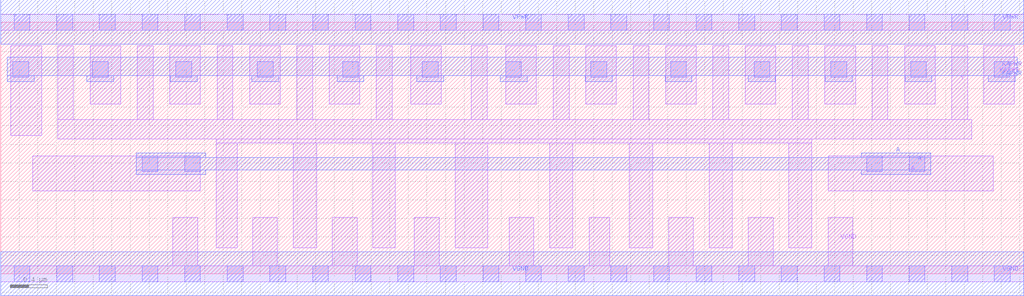
<source format=lef>
# Copyright 2020 The SkyWater PDK Authors
#
# Licensed under the Apache License, Version 2.0 (the "License");
# you may not use this file except in compliance with the License.
# You may obtain a copy of the License at
#
#     https://www.apache.org/licenses/LICENSE-2.0
#
# Unless required by applicable law or agreed to in writing, software
# distributed under the License is distributed on an "AS IS" BASIS,
# WITHOUT WARRANTIES OR CONDITIONS OF ANY KIND, either express or implied.
# See the License for the specific language governing permissions and
# limitations under the License.
#
# SPDX-License-Identifier: Apache-2.0

VERSION 5.7 ;
  NAMESCASESENSITIVE ON ;
  NOWIREEXTENSIONATPIN ON ;
  DIVIDERCHAR "/" ;
  BUSBITCHARS "[]" ;
UNITS
  DATABASE MICRONS 200 ;
END UNITS
MACRO sky130_fd_sc_hd__lpflow_clkinvkapwr_16
  CLASS CORE ;
  SOURCE USER ;
  FOREIGN sky130_fd_sc_hd__lpflow_clkinvkapwr_16 ;
  ORIGIN  0.000000  0.000000 ;
  SIZE  11.04000 BY  2.720000 ;
  SYMMETRY X Y R90 ;
  SITE unithd ;
  PIN A
    ANTENNAGATEAREA  4.608000 ;
    DIRECTION INPUT ;
    USE SIGNAL ;
    PORT
      LAYER li1 ;
        RECT 0.345000 0.895000  2.155000 1.275000 ;
        RECT 8.930000 0.895000 10.710000 1.275000 ;
      LAYER mcon ;
        RECT 1.525000 1.105000 1.695000 1.275000 ;
        RECT 1.985000 1.105000 2.155000 1.275000 ;
        RECT 9.345000 1.105000 9.515000 1.275000 ;
        RECT 9.805000 1.105000 9.975000 1.275000 ;
      LAYER met1 ;
        RECT 1.465000 1.075000  2.215000 1.120000 ;
        RECT 1.465000 1.120000 10.035000 1.260000 ;
        RECT 1.465000 1.260000  2.215000 1.305000 ;
        RECT 9.285000 1.075000 10.035000 1.120000 ;
        RECT 9.285000 1.260000 10.035000 1.305000 ;
    END
  END A
  PIN Y
    ANTENNADIFFAREA  4.520900 ;
    DIRECTION OUTPUT ;
    USE SIGNAL ;
    PORT
      LAYER li1 ;
        RECT  0.615000 1.455000 10.480000 1.665000 ;
        RECT  0.615000 1.665000  0.785000 2.465000 ;
        RECT  1.475000 1.665000  1.645000 2.465000 ;
        RECT  2.325000 0.280000  2.550000 1.415000 ;
        RECT  2.325000 1.415000  8.755000 1.455000 ;
        RECT  2.335000 1.665000  2.505000 2.465000 ;
        RECT  3.155000 0.280000  3.410000 1.415000 ;
        RECT  3.195000 1.665000  3.365000 2.465000 ;
        RECT  4.015000 0.280000  4.255000 1.415000 ;
        RECT  4.055000 1.665000  4.225000 2.465000 ;
        RECT  4.905000 0.280000  5.255000 1.415000 ;
        RECT  5.080000 1.665000  5.250000 2.465000 ;
        RECT  5.925000 0.280000  6.175000 1.415000 ;
        RECT  5.965000 1.665000  6.135000 2.465000 ;
        RECT  6.785000 0.280000  7.035000 1.415000 ;
        RECT  6.825000 1.665000  6.995000 2.465000 ;
        RECT  7.645000 0.280000  7.895000 1.415000 ;
        RECT  7.685000 1.665000  7.855000 2.465000 ;
        RECT  8.505000 0.280000  8.755000 1.415000 ;
        RECT  8.545000 1.665000  8.715000 2.465000 ;
        RECT  9.405000 1.665000  9.575000 2.465000 ;
        RECT 10.265000 1.665000 10.435000 2.465000 ;
    END
  END Y
  PIN KAPWR
    DIRECTION INOUT ;
    SHAPE ABUTMENT ;
    USE POWER ;
    PORT
      LAYER li1 ;
        RECT  0.110000 1.495000  0.440000 2.465000 ;
        RECT  0.965000 1.835000  1.295000 2.465000 ;
        RECT  1.825000 1.835000  2.155000 2.465000 ;
        RECT  2.685000 1.835000  3.015000 2.465000 ;
        RECT  3.545000 1.835000  3.875000 2.465000 ;
        RECT  4.425000 1.835000  4.755000 2.465000 ;
        RECT  5.450000 1.835000  5.780000 2.465000 ;
        RECT  6.315000 1.835000  6.645000 2.465000 ;
        RECT  7.175000 1.835000  7.505000 2.465000 ;
        RECT  8.035000 1.835000  8.365000 2.465000 ;
        RECT  8.895000 1.835000  9.225000 2.465000 ;
        RECT  9.755000 1.835000 10.085000 2.465000 ;
        RECT 10.610000 1.835000 10.940000 2.465000 ;
      LAYER mcon ;
        RECT  0.130000 2.125000  0.300000 2.295000 ;
        RECT  0.990000 2.125000  1.160000 2.295000 ;
        RECT  1.890000 2.125000  2.060000 2.295000 ;
        RECT  2.770000 2.125000  2.940000 2.295000 ;
        RECT  3.690000 2.125000  3.860000 2.295000 ;
        RECT  4.550000 2.125000  4.720000 2.295000 ;
        RECT  5.450000 2.125000  5.620000 2.295000 ;
        RECT  6.370000 2.125000  6.540000 2.295000 ;
        RECT  7.230000 2.125000  7.400000 2.295000 ;
        RECT  8.130000 2.125000  8.300000 2.295000 ;
        RECT  8.960000 2.125000  9.130000 2.295000 ;
        RECT  9.820000 2.125000  9.990000 2.295000 ;
        RECT 10.720000 2.125000 10.890000 2.295000 ;
      LAYER met1 ;
        RECT  0.070000 2.080000  0.360000 2.140000 ;
        RECT  0.070000 2.140000 10.970000 2.340000 ;
        RECT  0.930000 2.080000  1.220000 2.140000 ;
        RECT  1.830000 2.080000  2.120000 2.140000 ;
        RECT  2.710000 2.080000  3.000000 2.140000 ;
        RECT  3.630000 2.080000  3.920000 2.140000 ;
        RECT  4.490000 2.080000  4.780000 2.140000 ;
        RECT  5.390000 2.080000  5.680000 2.140000 ;
        RECT  6.310000 2.080000  6.600000 2.140000 ;
        RECT  7.170000 2.080000  7.460000 2.140000 ;
        RECT  8.070000 2.080000  8.360000 2.140000 ;
        RECT  8.900000 2.080000  9.190000 2.140000 ;
        RECT  9.760000 2.080000 10.050000 2.140000 ;
        RECT 10.660000 2.080000 10.950000 2.140000 ;
    END
  END KAPWR
  PIN VGND
    DIRECTION INOUT ;
    SHAPE ABUTMENT ;
    USE GROUND ;
    PORT
      LAYER li1 ;
        RECT 0.000000 -0.085000 11.040000 0.085000 ;
        RECT 1.855000  0.085000  2.125000 0.610000 ;
        RECT 2.720000  0.085000  2.985000 0.610000 ;
        RECT 3.580000  0.085000  3.845000 0.610000 ;
        RECT 4.465000  0.085000  4.730000 0.610000 ;
        RECT 5.490000  0.085000  5.755000 0.610000 ;
        RECT 6.350000  0.085000  6.575000 0.610000 ;
        RECT 7.210000  0.085000  7.475000 0.610000 ;
        RECT 8.070000  0.085000  8.335000 0.610000 ;
        RECT 8.930000  0.085000  9.195000 0.610000 ;
      LAYER mcon ;
        RECT  0.145000 -0.085000  0.315000 0.085000 ;
        RECT  0.605000 -0.085000  0.775000 0.085000 ;
        RECT  1.065000 -0.085000  1.235000 0.085000 ;
        RECT  1.525000 -0.085000  1.695000 0.085000 ;
        RECT  1.985000 -0.085000  2.155000 0.085000 ;
        RECT  2.445000 -0.085000  2.615000 0.085000 ;
        RECT  2.905000 -0.085000  3.075000 0.085000 ;
        RECT  3.365000 -0.085000  3.535000 0.085000 ;
        RECT  3.825000 -0.085000  3.995000 0.085000 ;
        RECT  4.285000 -0.085000  4.455000 0.085000 ;
        RECT  4.745000 -0.085000  4.915000 0.085000 ;
        RECT  5.205000 -0.085000  5.375000 0.085000 ;
        RECT  5.665000 -0.085000  5.835000 0.085000 ;
        RECT  6.125000 -0.085000  6.295000 0.085000 ;
        RECT  6.585000 -0.085000  6.755000 0.085000 ;
        RECT  7.045000 -0.085000  7.215000 0.085000 ;
        RECT  7.505000 -0.085000  7.675000 0.085000 ;
        RECT  7.965000 -0.085000  8.135000 0.085000 ;
        RECT  8.425000 -0.085000  8.595000 0.085000 ;
        RECT  8.885000 -0.085000  9.055000 0.085000 ;
        RECT  9.345000 -0.085000  9.515000 0.085000 ;
        RECT  9.805000 -0.085000  9.975000 0.085000 ;
        RECT 10.265000 -0.085000 10.435000 0.085000 ;
        RECT 10.725000 -0.085000 10.895000 0.085000 ;
      LAYER met1 ;
        RECT 0.000000 -0.240000 11.040000 0.240000 ;
    END
  END VGND
  PIN VPWR
    DIRECTION INOUT ;
    SHAPE ABUTMENT ;
    USE POWER ;
    PORT
      LAYER li1 ;
        RECT 0.000000 2.635000 11.040000 2.805000 ;
      LAYER mcon ;
        RECT  0.145000 2.635000  0.315000 2.805000 ;
        RECT  0.605000 2.635000  0.775000 2.805000 ;
        RECT  1.065000 2.635000  1.235000 2.805000 ;
        RECT  1.525000 2.635000  1.695000 2.805000 ;
        RECT  1.985000 2.635000  2.155000 2.805000 ;
        RECT  2.445000 2.635000  2.615000 2.805000 ;
        RECT  2.905000 2.635000  3.075000 2.805000 ;
        RECT  3.365000 2.635000  3.535000 2.805000 ;
        RECT  3.825000 2.635000  3.995000 2.805000 ;
        RECT  4.285000 2.635000  4.455000 2.805000 ;
        RECT  4.745000 2.635000  4.915000 2.805000 ;
        RECT  5.205000 2.635000  5.375000 2.805000 ;
        RECT  5.665000 2.635000  5.835000 2.805000 ;
        RECT  6.125000 2.635000  6.295000 2.805000 ;
        RECT  6.585000 2.635000  6.755000 2.805000 ;
        RECT  7.045000 2.635000  7.215000 2.805000 ;
        RECT  7.505000 2.635000  7.675000 2.805000 ;
        RECT  7.965000 2.635000  8.135000 2.805000 ;
        RECT  8.425000 2.635000  8.595000 2.805000 ;
        RECT  8.885000 2.635000  9.055000 2.805000 ;
        RECT  9.345000 2.635000  9.515000 2.805000 ;
        RECT  9.805000 2.635000  9.975000 2.805000 ;
        RECT 10.265000 2.635000 10.435000 2.805000 ;
        RECT 10.725000 2.635000 10.895000 2.805000 ;
      LAYER met1 ;
        RECT 0.000000 2.480000 11.040000 2.960000 ;
    END
  END VPWR
END sky130_fd_sc_hd__lpflow_clkinvkapwr_16
END LIBRARY

</source>
